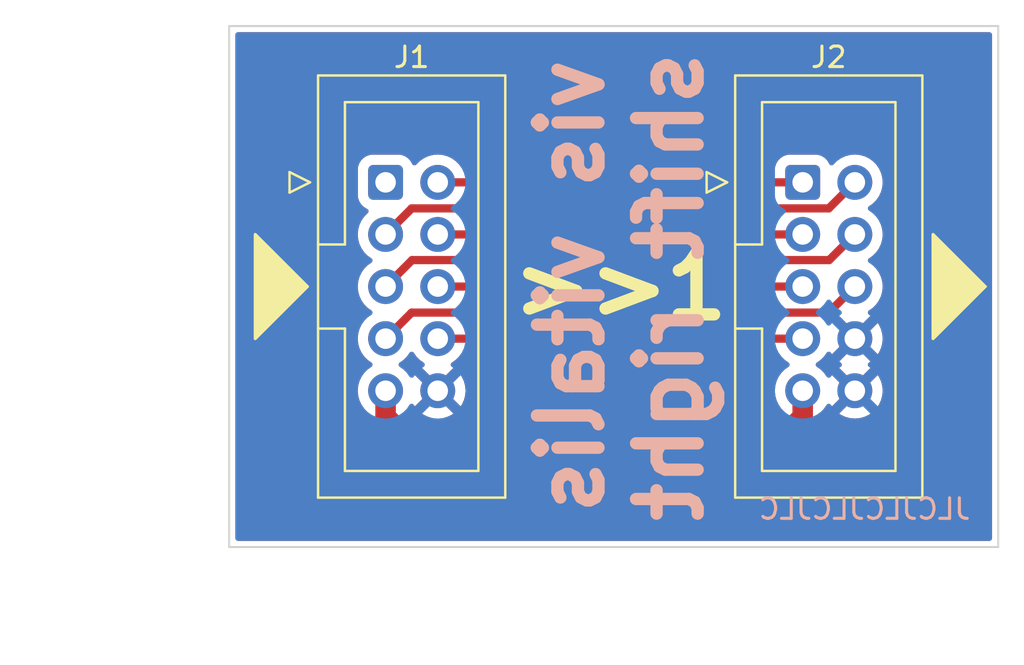
<source format=kicad_pcb>
(kicad_pcb (version 20240108) (generator "pcbnew") (generator_version "8.0")
  (layers (0 "F.Cu" signal) (31 "B.Cu" signal) (34 "B.Paste" user) (35 "F.Paste" user) (36 "B.SilkS" user "B.Silkscreen") (37 "F.SilkS" user "F.Silkscreen") (38 "B.Mask" user) (39 "F.Mask" user) (44 "Edge.Cuts" user))
  (net 0 "")
  (net 2 "VCC")
  (net 3 "GND")
  (net 4 "Net-(J1-Pin_2)")
  (net 5 "Net-(J1-Pin_3)")
  (net 6 "Net-(J1-Pin_4)")
  (net 7 "Net-(J1-Pin_5)")
  (net 8 "Net-(J1-Pin_6)")
  (net 9 "Net-(J1-Pin_7)")
  (net 10 "Net-(J1-Pin_8)")
  (footprint "Connector_IDC:IDC-Header_2x05_P2.54mm_Vertical" (layer "F.Cu") (at 137.16 109.22)
    (property "Reference" "J1" (at 1.27 -6.1 0) (layer "F.SilkS"))
    (property "Value" "BHR-10-VUA" (hide yes))
    (fp_line (start -4.68 -0.5) (end -4.68 0.5) (stroke (width 0.12)) (layer "F.SilkS"))
    (fp_line (start -4.68 0.5) (end -3.68 0) (stroke (width 0.12)) (layer "F.SilkS"))
    (fp_line (start -3.68 0) (end -4.68 -0.5) (stroke (width 0.12)) (layer "F.SilkS"))
    (fp_line (start -3.29 -5.21) (end 5.83 -5.21) (stroke (width 0.12)) (layer "F.SilkS"))
    (fp_line (start -3.29 3.03) (end -1.98 3.03) (stroke (width 0.12)) (layer "F.SilkS"))
    (fp_line (start -3.29 15.37) (end -3.29 -5.21) (stroke (width 0.12)) (layer "F.SilkS"))
    (fp_line (start -1.98 -3.91) (end 4.52 -3.91) (stroke (width 0.12)) (layer "F.SilkS"))
    (fp_line (start -1.98 3.03) (end -1.98 -3.91) (stroke (width 0.12)) (layer "F.SilkS"))
    (fp_line (start -1.98 7.13) (end -3.29 7.13) (stroke (width 0.12)) (layer "F.SilkS"))
    (fp_line (start -1.98 7.13) (end -1.98 7.13) (stroke (width 0.12)) (layer "F.SilkS"))
    (fp_line (start -1.98 14.07) (end -1.98 7.13) (stroke (width 0.12)) (layer "F.SilkS"))
    (fp_line (start 4.52 -3.91) (end 4.52 14.07) (stroke (width 0.12)) (layer "F.SilkS"))
    (fp_line (start 4.52 14.07) (end -1.98 14.07) (stroke (width 0.12)) (layer "F.SilkS"))
    (fp_line (start 5.83 -5.21) (end 5.83 15.37) (stroke (width 0.12)) (layer "F.SilkS"))
    (fp_line (start 5.83 15.37) (end -3.29 15.37) (stroke (width 0.12)) (layer "F.SilkS"))
    (pad "1" thru_hole roundrect (at 0 0) (size 1.7 1.7) (drill 1) (layers "*.Cu" "*.Mask") (roundrect_rratio 0.147059))
    (pad "2" thru_hole circle (at 2.54 0) (size 1.7 1.7) (drill 1) (layers "*.Cu" "*.Mask") (net 4 "Net-(J1-Pin_2)"))
    (pad "3" thru_hole circle (at 0 2.54) (size 1.7 1.7) (drill 1) (layers "*.Cu" "*.Mask") (net 5 "Net-(J1-Pin_3)"))
    (pad "4" thru_hole circle (at 2.54 2.54) (size 1.7 1.7) (drill 1) (layers "*.Cu" "*.Mask") (net 6 "Net-(J1-Pin_4)"))
    (pad "5" thru_hole circle (at 0 5.08) (size 1.7 1.7) (drill 1) (layers "*.Cu" "*.Mask") (net 7 "Net-(J1-Pin_5)"))
    (pad "6" thru_hole circle (at 2.54 5.08) (size 1.7 1.7) (drill 1) (layers "*.Cu" "*.Mask") (net 8 "Net-(J1-Pin_6)"))
    (pad "7" thru_hole circle (at 0 7.62) (size 1.7 1.7) (drill 1) (layers "*.Cu" "*.Mask") (net 9 "Net-(J1-Pin_7)"))
    (pad "8" thru_hole circle (at 2.54 7.62) (size 1.7 1.7) (drill 1) (layers "*.Cu" "*.Mask") (net 10 "Net-(J1-Pin_8)"))
    (pad "9" thru_hole circle (at 0 10.16) (size 1.7 1.7) (drill 1) (layers "*.Cu" "*.Mask") (net 2 "VCC"))
    (pad "10" thru_hole circle (at 2.54 10.16) (size 1.7 1.7) (drill 1) (layers "*.Cu" "*.Mask") (net 3 "GND"))
  )
  (footprint "Connector_IDC:IDC-Header_2x05_P2.54mm_Vertical" (layer "F.Cu") (at 157.48 109.22)
    (property "Reference" "J2" (at 1.27 -6.1 0) (layer "F.SilkS"))
    (property "Value" "BHR-10-VUA")
    (fp_line (start -4.68 -0.5) (end -4.68 0.5) (stroke (width 0.12)) (layer "F.SilkS"))
    (fp_line (start -4.68 0.5) (end -3.68 0) (stroke (width 0.12)) (layer "F.SilkS"))
    (fp_line (start -3.68 0) (end -4.68 -0.5) (stroke (width 0.12)) (layer "F.SilkS"))
    (fp_line (start -3.29 -5.21) (end 5.83 -5.21) (stroke (width 0.12)) (layer "F.SilkS"))
    (fp_line (start -3.29 3.03) (end -1.98 3.03) (stroke (width 0.12)) (layer "F.SilkS"))
    (fp_line (start -3.29 15.37) (end -3.29 -5.21) (stroke (width 0.12)) (layer "F.SilkS"))
    (fp_line (start -1.98 -3.91) (end 4.52 -3.91) (stroke (width 0.12)) (layer "F.SilkS"))
    (fp_line (start -1.98 3.03) (end -1.98 -3.91) (stroke (width 0.12)) (layer "F.SilkS"))
    (fp_line (start -1.98 7.13) (end -3.29 7.13) (stroke (width 0.12)) (layer "F.SilkS"))
    (fp_line (start -1.98 7.13) (end -1.98 7.13) (stroke (width 0.12)) (layer "F.SilkS"))
    (fp_line (start -1.98 14.07) (end -1.98 7.13) (stroke (width 0.12)) (layer "F.SilkS"))
    (fp_line (start 4.52 -3.91) (end 4.52 14.07) (stroke (width 0.12)) (layer "F.SilkS"))
    (fp_line (start 4.52 14.07) (end -1.98 14.07) (stroke (width 0.12)) (layer "F.SilkS"))
    (fp_line (start 5.83 -5.21) (end 5.83 15.37) (stroke (width 0.12)) (layer "F.SilkS"))
    (fp_line (start 5.83 15.37) (end -3.29 15.37) (stroke (width 0.12)) (layer "F.SilkS"))
    (pad "1" thru_hole roundrect (at 0 0) (size 1.7 1.7) (drill 1) (layers "*.Cu" "*.Mask") (roundrect_rratio 0.147059) (net 4 "Net-(J1-Pin_2)"))
    (pad "2" thru_hole circle (at 2.54 0) (size 1.7 1.7) (drill 1) (layers "*.Cu" "*.Mask") (net 5 "Net-(J1-Pin_3)"))
    (pad "3" thru_hole circle (at 0 2.54) (size 1.7 1.7) (drill 1) (layers "*.Cu" "*.Mask") (net 6 "Net-(J1-Pin_4)"))
    (pad "4" thru_hole circle (at 2.54 2.54) (size 1.7 1.7) (drill 1) (layers "*.Cu" "*.Mask") (net 7 "Net-(J1-Pin_5)"))
    (pad "5" thru_hole circle (at 0 5.08) (size 1.7 1.7) (drill 1) (layers "*.Cu" "*.Mask") (net 8 "Net-(J1-Pin_6)"))
    (pad "6" thru_hole circle (at 2.54 5.08) (size 1.7 1.7) (drill 1) (layers "*.Cu" "*.Mask") (net 9 "Net-(J1-Pin_7)"))
    (pad "7" thru_hole circle (at 0 7.62) (size 1.7 1.7) (drill 1) (layers "*.Cu" "*.Mask") (net 10 "Net-(J1-Pin_8)"))
    (pad "8" thru_hole circle (at 2.54 7.62) (size 1.7 1.7) (drill 1) (layers "*.Cu" "*.Mask") (net 3 "GND"))
    (pad "9" thru_hole circle (at 0 10.16) (size 1.7 1.7) (drill 1) (layers "*.Cu" "*.Mask") (net 2 "VCC"))
    (pad "10" thru_hole circle (at 2.54 10.16) (size 1.7 1.7) (drill 1) (layers "*.Cu" "*.Mask") (net 3 "GND"))
  )
  (gr_poly (pts (xy 133.35 114.3) (xy 130.81 111.76) (xy 130.81 116.84)) (stroke (width 0.15)) (fill solid) (layer "F.SilkS"))
  (gr_poly (pts (xy 166.37 114.3) (xy 163.83 111.76) (xy 163.83 116.84)) (stroke (width 0.15)) (fill solid) (layer "F.SilkS"))
  (gr_line (start 167.005 127) (end 129.54 127) (stroke (width 0.1)) (layer "Edge.Cuts"))
  (gr_line (start 129.54 101.6) (end 167.005 101.6) (stroke (width 0.1)) (layer "Edge.Cuts"))
  (gr_line (start 129.54 127) (end 129.54 101.6) (stroke (width 0.1)) (layer "Edge.Cuts"))
  (gr_line (start 167.005 101.6) (end 167.005 127) (stroke (width 0.1)) (layer "Edge.Cuts"))
  (gr_text "vis vitalis\nshift right" (at 148.59 114.3 90) (layer "B.SilkS") (effects (font (size 3 3) (thickness 0.6) (bold yes)) (justify mirror)))
  (gr_text "JLCJLCJLCJLC" (at 165.735 125.73 0) (layer "B.SilkS") (effects (font (size 1 1)) (justify left bottom mirror)))
  (gr_text ">>1" (at 148.59 114.3 0) (layer "F.SilkS") (effects (font (size 3 3) (thickness 0.6) (bold yes))))
  (segment (start 137.16 119.38) (end 137.16 120.65) (width 1) (layer "F.Cu") (net 2))
  (segment (start 157.48 120.65) (end 157.48 119.38) (width 1) (layer "F.Cu") (net 2))
  (segment (start 156.21 121.92) (end 157.48 120.65) (width 1) (layer "F.Cu") (net 2))
  (segment (start 137.16 120.65) (end 138.43 121.92) (width 1) (layer "F.Cu") (net 2))
  (segment (start 138.43 121.92) (end 156.21 121.92) (width 1) (layer "F.Cu") (net 2))
  (segment (start 139.7 109.22) (end 157.48 109.22) (width 0.4) (layer "F.Cu") (net 4))
  (segment (start 158.75 110.49) (end 160.02 109.22) (width 0.4) (layer "F.Cu") (net 5))
  (segment (start 138.43 110.49) (end 158.75 110.49) (width 0.4) (layer "F.Cu") (net 5))
  (segment (start 137.16 111.76) (end 138.43 110.49) (width 0.4) (layer "F.Cu") (net 5))
  (segment (start 139.7 111.76) (end 157.48 111.76) (width 0.4) (layer "F.Cu") (net 6))
  (segment (start 137.16 114.3) (end 138.45 113.01) (width 0.4) (layer "F.Cu") (net 7))
  (segment (start 158.77 113.01) (end 160.02 111.76) (width 0.4) (layer "F.Cu") (net 7))
  (segment (start 138.45 113.01) (end 158.77 113.01) (width 0.4) (layer "F.Cu") (net 7))
  (segment (start 139.7 114.3) (end 157.48 114.3) (width 0.4) (layer "F.Cu") (net 8))
  (segment (start 138.43 115.57) (end 158.75 115.57) (width 0.4) (layer "F.Cu") (net 9))
  (segment (start 158.75 115.57) (end 160.02 114.3) (width 0.4) (layer "F.Cu") (net 9))
  (segment (start 137.16 116.84) (end 138.43 115.57) (width 0.4) (layer "F.Cu") (net 9))
  (segment (start 139.7 116.84) (end 157.48 116.84) (width 0.4) (layer "F.Cu") (net 10))
  (zone (net 3) (net_name "GND") (layer "F.Cu") (connect_pads (clearance 0.5)) (min_thickness 0.25) (fill yes (thermal_gap 0.5) (thermal_bridge_width 0.5))
    (polygon (pts (xy 128.27 100.33) (xy 168.275 100.33) (xy 168.275 128.27) (xy 128.27 128.27)))
  )
  (zone (net 3) (net_name "GND") (layer "B.Cu") (priority 1) (connect_pads (clearance 0.5)) (min_thickness 0.25) (fill yes (thermal_gap 0.5) (thermal_bridge_width 0.5))
    (polygon (pts (xy 128.27 100.33) (xy 168.275 100.33) (xy 168.275 128.27) (xy 128.27 128.27)))
  )
)
</source>
